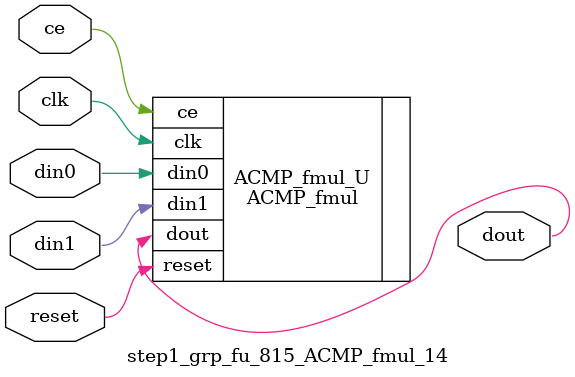
<source format=v>

`timescale 1 ns / 1 ps
module step1_grp_fu_815_ACMP_fmul_14(
    clk,
    reset,
    ce,
    din0,
    din1,
    dout);

parameter ID = 32'd1;
parameter NUM_STAGE = 32'd1;
parameter din0_WIDTH = 32'd1;
parameter din1_WIDTH = 32'd1;
parameter dout_WIDTH = 32'd1;
input clk;
input reset;
input ce;
input[din0_WIDTH - 1:0] din0;
input[din1_WIDTH - 1:0] din1;
output[dout_WIDTH - 1:0] dout;



ACMP_fmul #(
.ID( ID ),
.NUM_STAGE( 4 ),
.din0_WIDTH( din0_WIDTH ),
.din1_WIDTH( din1_WIDTH ),
.dout_WIDTH( dout_WIDTH ))
ACMP_fmul_U(
    .clk( clk ),
    .reset( reset ),
    .ce( ce ),
    .din0( din0 ),
    .din1( din1 ),
    .dout( dout ));

endmodule

</source>
